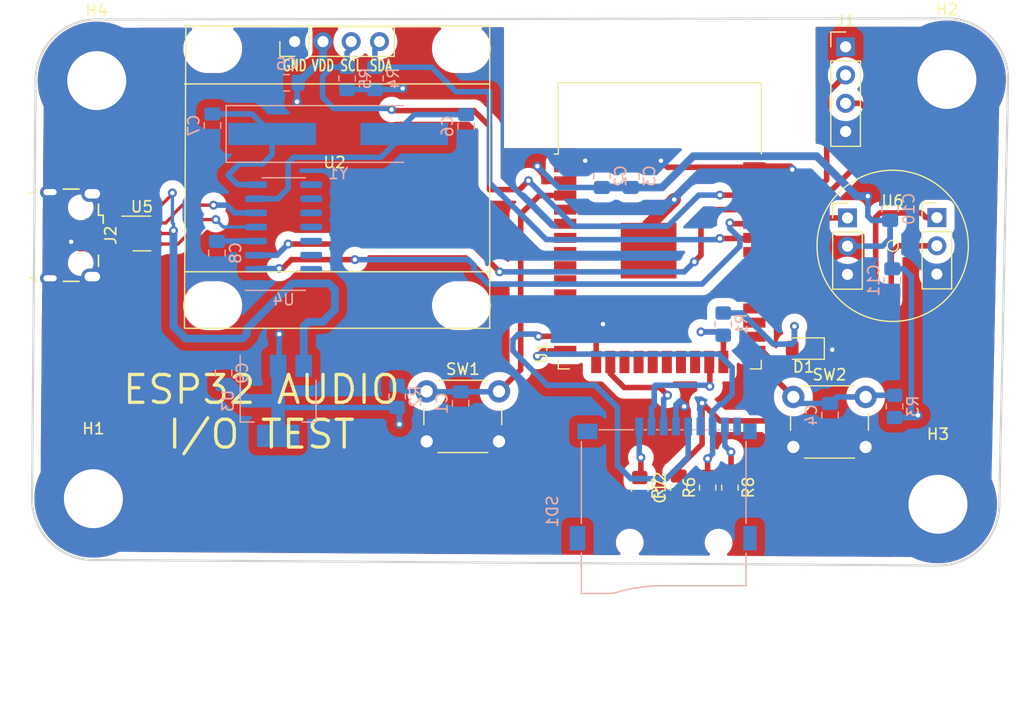
<source format=kicad_pcb>
(kicad_pcb (version 20211014) (generator pcbnew)
  (layers (0 "F.Cu" signal) (31 "B.Cu" signal) (34 "B.Paste" user) (35 "F.Paste" user) (36 "B.SilkS" user "B.Silkscreen") (37 "F.SilkS" user "F.Silkscreen") (38 "B.Mask" user) (39 "F.Mask" user) (44 "Edge.Cuts" user))
  (net 0 "")
  (net 1 "ESP32_NRST")
  (net 2 "GND")
  (net 3 "+3V3")
  (net 4 "ESP32_FLASH")
  (net 5 "Net-(C6-Pad1)")
  (net 6 "Net-(C7-Pad1)")
  (net 7 "Net-(C8-Pad2)")
  (net 8 "Net-(D1-Pad2)")
  (net 9 "ESP32_TX")
  (net 10 "ESP32_RX")
  (net 11 "VBUS")
  (net 12 "USBD-")
  (net 13 "USBD+")
  (net 15 "ESP32_LED")
  (net 16 "OLED_SDA")
  (net 17 "OLED_SCL")
  (net 18 "MMC_MISO")
  (net 19 "Net-(R7-Pad1)")
  (net 20 "Net-(R8-Pad1)")
  (net 21 "MMC_CS")
  (net 22 "MMC_MOSI")
  (net 23 "MMC_SCK")
  (net 43 "MIC_WS")
  (net 44 "MIC_SCK")
  (net 45 "MIC_SD")
  (net 48 "USB_D+")
  (net 49 "USB_D-")
  (footprint "Button_Switch_THT:SW_PUSH_6mm" (layer "F.Cu") (at 158.8 111.95)
    (fp_text reference "SW2")
    (fp_text value "SW_Push")
  )
  (footprint "Resistor_SMD:R_0805_2012Metric_Pad1.20x1.40mm_HandSolder" (layer "F.Cu") (at 151.1 120.1 90)
    (fp_text reference "R6")
    (fp_text value "10k")
  )
  (footprint "RF_Module:ESP32-WROOM-32" (layer "F.Cu") (at 146.8 99.55)
    (fp_text reference "U1")
    (fp_text value "ESP32-WROOM-32")
  )
  (footprint "Connector_USB:USB_Micro-B_Wuerth_629105150521" (layer "F.Cu") (at 93.955 97.405 -90)
    (fp_text reference "J2")
    (fp_text value "USB_B_Micro")
  )
  (footprint "Package_TO_SOT_SMD:SOT-23-6" (layer "F.Cu") (at 100.2625 97.25)
    (fp_text reference "U5")
    (fp_text value "USBLC6-2SC6")
  )
  (footprint "Resistor_SMD:R_0805_2012Metric_Pad1.20x1.40mm_HandSolder" (layer "F.Cu") (at 153.1 120.1 -90)
    (fp_text reference "R8")
    (fp_text value "10k")
  )
  (footprint "LED_SMD:LED_0805_2012Metric_Pad1.15x1.40mm_HandSolder" (layer "F.Cu") (at 159.725 107.6 180)
    (fp_text reference "D1")
    (fp_text value "LED_BLUE")
  )
  (footprint "Connector_PinHeader_2.54mm:PinHeader_1x04_P2.54mm_Vertical" (layer "F.Cu") (at 163.5 80.46)
    (fp_text reference "J1")
    (fp_text value "Conn_01x04_Male")
  )
  (footprint "MountingHole:MountingHole_5.3mm_M5_Pad" (layer "F.Cu") (at 96.2 83.5)
    (fp_text reference "H4")
    (fp_text value "MountingHole_Pad")
  )
  (footprint "MountingHole:MountingHole_5.3mm_M5_Pad" (layer "F.Cu") (at 171.8 121.6)
    (fp_text reference "H3")
    (fp_text value "MountingHole_Pad")
  )
  (footprint "SSD1306:Display_128x64_096_I2C" (layer "F.Cu") (at 117.8 79.992)
    (fp_text reference "U2")
    (fp_text value "SSD1306")
  )
  (footprint "MountingHole:MountingHole_5.3mm_M5_Pad" (layer "F.Cu") (at 95.9 121.1)
    (fp_text reference "H1")
    (fp_text value "MountingHole_Pad")
  )
  (footprint "INMP441:INMP441" (layer "F.Cu") (at 167.73 98.36)
    (fp_text reference "U6")
    (fp_text value "INMP441_MODULE")
  )
  (footprint "Resistor_SMD:R_0805_2012Metric_Pad1.20x1.40mm_HandSolder" (layer "F.Cu") (at 145 120.2 -90)
    (fp_text reference "R7")
    (fp_text value "10k")
  )
  (footprint "Button_Switch_THT:SW_PUSH_6mm" (layer "F.Cu") (at 125.85 111.45)
    (fp_text reference "SW1")
    (fp_text value "SW_Push")
  )
  (footprint "MountingHole:MountingHole_5.3mm_M5_Pad" (layer "F.Cu") (at 172.6 83.4)
    (fp_text reference "H2")
    (fp_text value "MountingHole_Pad")
  )
  (footprint "Capacitor_SMD:C_0805_2012Metric_Pad1.18x1.45mm_HandSolder" (layer "F.Cu") (at 148.5 120.1 90)
    (fp_text reference "C12")
    (fp_text value "100n")
  )
  (footprint "Resistor_SMD:R_0805_2012Metric_Pad1.20x1.40mm_HandSolder" (layer "B.Cu") (at 152.5 105.4 90)
    (fp_text reference "R1")
    (fp_text value "330")
  )
  (footprint "Resistor_SMD:R_0805_2012Metric_Pad1.20x1.40mm_HandSolder" (layer "B.Cu") (at 121.2 83.3 90)
    (fp_text reference "R4")
    (fp_text value "10k")
  )
  (footprint "Capacitor_SMD:C_0805_2012Metric_Pad1.18x1.45mm_HandSolder" (layer "B.Cu") (at 107 99 90)
    (fp_text reference "C8")
    (fp_text value "100n")
  )
  (footprint "Resistor_SMD:R_0805_2012Metric_Pad1.20x1.40mm_HandSolder" (layer "B.Cu") (at 123.2 111.9 90)
    (fp_text reference "R2")
    (fp_text value "10k")
  )
  (footprint "Capacitor_SMD:C_0805_2012Metric_Pad1.18x1.45mm_HandSolder" (layer "B.Cu") (at 106.6 87.5375 -90)
    (fp_text reference "C7")
    (fp_text value "22p")
  )
  (footprint "Crystal:Crystal_SMD_HC49-SD_HandSoldering" (layer "B.Cu") (at 117.9 88.3)
    (fp_text reference "Y1")
    (fp_text value "12MHz")
  )
  (footprint "OPL_Connector:MICRO-SD9+4P-SMD-16.1X14.5X1.85MM" (layer "B.Cu") (at 147.15 122.3 -90)
    (fp_text reference "SD1")
    (fp_text value "MICRO-SD-CARD-SOCKET-9P_ST-TF-003A_")
  )
  (footprint "Capacitor_SMD:C_0805_2012Metric_Pad1.18x1.45mm_HandSolder" (layer "B.Cu") (at 141.6 92.075 90)
    (fp_text reference "C2")
    (fp_text value "10u")
  )
  (footprint "Capacitor_SMD:C_0805_2012Metric_Pad1.18x1.45mm_HandSolder" (layer "B.Cu") (at 167.5 95.0375 90)
    (fp_text reference "C10")
    (fp_text value "10u")
  )
  (footprint "Capacitor_SMD:C_0805_2012Metric_Pad1.18x1.45mm_HandSolder" (layer "B.Cu") (at 162.1 113.575 -90)
    (fp_text reference "C4")
    (fp_text value "22p")
  )
  (footprint "Capacitor_SMD:C_0805_2012Metric_Pad1.18x1.45mm_HandSolder" (layer "B.Cu") (at 128.9 112.525 -90)
    (fp_text reference "C1")
    (fp_text value "22p")
  )
  (footprint "Resistor_SMD:R_0805_2012Metric_Pad1.20x1.40mm_HandSolder" (layer "B.Cu") (at 167.9 112.8 90)
    (fp_text reference "R3")
    (fp_text value "10k")
  )
  (footprint "Resistor_SMD:R_0805_2012Metric_Pad1.20x1.40mm_HandSolder" (layer "B.Cu") (at 118.7 83.3 90)
    (fp_text reference "R5")
    (fp_text value "10k")
  )
  (footprint "Capacitor_SMD:C_0805_2012Metric_Pad1.18x1.45mm_HandSolder" (layer "B.Cu") (at 107.6 109.8 90)
    (fp_text reference "C9")
    (fp_text value "10u")
  )
  (footprint "Capacitor_SMD:C_0805_2012Metric_Pad1.18x1.45mm_HandSolder" (layer "B.Cu") (at 144.2 92.075 90)
    (fp_text reference "C3")
    (fp_text value "100n")
  )
  (footprint "Package_TO_SOT_SMD:SOT-223-3_TabPin2" (layer "B.Cu") (at 112.5 112.3 -90)
    (fp_text reference "U3")
    (fp_text value "AMS1117-3.3")
  )
  (footprint "Capacitor_SMD:C_0805_2012Metric_Pad1.18x1.45mm_HandSolder" (layer "B.Cu") (at 167.7 101.4625 -90)
    (fp_text reference "C11")
    (fp_text value "100n")
  )
  (footprint "Capacitor_SMD:C_0805_2012Metric_Pad1.18x1.45mm_HandSolder" (layer "B.Cu") (at 113.2625 83.7 180)
    (fp_text reference "C5")
    (fp_text value "100n")
  )
  (footprint "Capacitor_SMD:C_0805_2012Metric_Pad1.18x1.45mm_HandSolder" (layer "B.Cu") (at 129.4 87.6 -90)
    (fp_text reference "C6")
    (fp_text value "22p")
  )
  (footprint "Package_SO:SOIC-16_3.9x9.9mm_P1.27mm" (layer "B.Cu") (at 113 97.3)
    (fp_text reference "U4")
    (fp_text value "CH340G")
  )
  (gr_line (start 90.7 83.5) (end 90.389087 121.110913) (layer "Edge.Cuts") (width 0.2))
  (gr_arc (start 172.6 77.9) (mid 176.489087 79.510913) (end 178.1 83.4) (layer "Edge.Cuts") (width 0.2))
  (gr_line (start 95.889087 126.610913) (end 171.810913 127.110913) (layer "Edge.Cuts") (width 0.2))
  (gr_arc (start 177.310913 121.610913) (mid 175.7 125.5) (end 171.810913 127.110913) (layer "Edge.Cuts") (width 0.2))
  (gr_arc (start 95.889087 126.610913) (mid 92 125) (end 90.389087 121.110913) (layer "Edge.Cuts") (width 0.2))
  (gr_line (start 96.2 78) (end 172.6 77.9) (layer "Edge.Cuts") (width 0.2))
  (gr_arc (start 90.7 83.5) (mid 92.310913 79.610913) (end 96.2 78) (layer "Edge.Cuts") (width 0.2))
  (gr_line (start 177.310913 121.610913) (end 178.1 83.4) (layer "Edge.Cuts") (width 0.2))
  (gr_text "ESP32 AUDIO\nI/O TEST" (at 111 113.3) (layer "F.SilkS") (effects (font (size 2.5 2.5) (thickness 0.3))))
  (segment (start 134.3 95.5) (end 134.3 109.5) (width 0.5) (layer "F.Cu") (net 1))
  (segment (start 134.3 109.5) (end 132.35 111.45) (width 0.5) (layer "F.Cu") (net 1))
  (segment (start 135.965 93.835) (end 134.3 95.5) (width 0.5) (layer "F.Cu") (net 1))
  (segment (start 138.3 93.835) (end 135.965 93.835) (width 0.5) (layer "F.Cu") (net 1))
  (segment (start 123.75 111.45) (end 123.2 110.9) (width 0.5) (layer "B.Cu") (net 1))
  (segment (start 128.9 111.4875) (end 125.8875 111.4875) (width 0.5) (layer "B.Cu") (net 1))
  (segment (start 125.8875 111.4875) (end 125.85 111.45) (width 0.5) (layer "B.Cu") (net 1))
  (segment (start 132.3125 111.4875) (end 132.35 111.45) (width 0.5) (layer "B.Cu") (net 1))
  (segment (start 128.9 111.4875) (end 132.3125 111.4875) (width 0.5) (layer "B.Cu") (net 1))
  (segment (start 125.85 111.45) (end 123.75 111.45) (width 0.5) (layer "B.Cu") (net 1))
  (segment (start 155.3 91.295) (end 158.495 91.295) (width 0.7) (layer "F.Cu") (net 2))
  (segment (start 96.905 98.705) (end 95.855 98.705) (width 0.3) (layer "F.Cu") (net 2))
  (segment (start 156.45 114.1) (end 158.8 116.45) (width 0.5) (layer "F.Cu") (net 2))
  (segment (start 145.8 96.5) (end 148.1 94.2) (width 1.2) (layer "F.Cu") (net 2))
  (segment (start 95.855 98.705) (end 94.605 98.705) (width 0.3) (layer "F.Cu") (net 2))
  (segment (start 152.2 114.1) (end 156.45 114.1) (width 0.5) (layer "F.Cu") (net 2))
  (segment (start 162.2 107.6) (end 162.3 107.7) (width 0.5) (layer "F.Cu") (net 2))
  (segment (start 146.9 90.7) (end 147.495 91.295) (width 0.5) (layer "F.Cu") (net 2))
  (segment (start 160.75 107.6) (end 162.2 107.6) (width 0.5) (layer "F.Cu") (net 2))
  (segment (start 145.8 98.795) (end 145.8 96.5) (width 1.2) (layer "F.Cu") (net 2))
  (segment (start 147.495 91.295) (end 155.3 91.295) (width 0.5) (layer "F.Cu") (net 2))
  (segment (start 150.6 116.2) (end 148.5 118.3) (width 0.5) (layer "F.Cu") (net 2))
  (segment (start 100.2 98.9) (end 99.7 99.4) (width 0.3) (layer "F.Cu") (net 2))
  (segment (start 141.085 106.015) (end 141.7 105.4) (width 0.5) (layer "F.Cu") (net 2))
  (segment (start 138.3 91.295) (end 139.505 91.295) (width 0.7) (layer "F.Cu") (net 2))
  (segment (start 150.6 112.5) (end 150.6 116.2) (width 0.5) (layer "F.Cu") (net 2))
  (segment (start 141.085 108.805) (end 141.085 106.015) (width 0.5) (layer "F.Cu") (net 2))
  (segment (start 94.605 98.705) (end 93.9 98) (width 0.3) (layer "F.Cu") (net 2))
  (segment (start 158.495 91.295) (end 158.7 91.5) (width 0.7) (layer "F.Cu") (net 2))
  (segment (start 99.7 99.4) (end 97.6 99.4) (width 0.3) (layer "F.Cu") (net 2))
  (segment (start 97.6 99.4) (end 96.905 98.705) (width 0.3) (layer "F.Cu") (net 2))
  (segment (start 148.5 118.3) (end 148.5 119.0625) (width 0.5) (layer "F.Cu") (net 2))
  (segment (start 139.505 91.295) (end 140.1 90.7) (width 0.7) (layer "F.Cu") (net 2))
  (segment (start 100.2 97.5) (end 100.2 98.9) (width 0.3) (layer "F.Cu") (net 2))
  (segment (start 99.125 97.25) (end 99.95 97.25) (width 0.3) (layer "F.Cu") (net 2))
  (segment (start 99.95 97.25) (end 100.2 97.5) (width 0.3) (layer "F.Cu") (net 2))
  (segment (start 150.6 112.5) (end 152.2 114.1) (width 0.5) (layer "F.Cu") (net 2))
  (via (at 146.9 90.7) (size 0.8) (drill 0.4) (layers "F.Cu" "B.Cu") (net 2))
  (via (at 93.9 98) (size 0.8) (drill 0.4) (layers "F.Cu" "B.Cu") (net 2))
  (via (at 150.6 112.5) (size 0.8) (drill 0.4) (layers "F.Cu" "B.Cu") (net 2))
  (via (at 148.1 94.2) (size 0.8) (drill 0.4) (layers "F.Cu" "B.Cu") (net 2))
  (via (at 162.3 107.7) (size 0.8) (drill 0.4) (layers "F.Cu" "B.Cu") (net 2))
  (via (at 158.7 91.5) (size 0.8) (drill 0.4) (layers "F.Cu" "B.Cu") (net 2))
  (via (at 141.7 105.4) (size 0.8) (drill 0.4) (layers "F.Cu" "B.Cu") (net 2))
  (via (at 140.1 90.7) (size 0.8) (drill 0.4) (layers "F.Cu" "B.Cu") (net 2))
  (segment (start 150.45 112.65) (end 150.6 112.5) (width 0.5) (layer "B.Cu") (net 2))
  (segment (start 146.5625 91.0375) (end 146.9 90.7) (width 0.5) (layer "B.Cu") (net 2))
  (segment (start 144.2 91.0375) (end 146.5625 91.0375) (width 0.5) (layer "B.Cu") (net 2))
  (segment (start 150.45 114.6) (end 150.45 112.65) (width 0.5) (layer "B.Cu") (net 2))
  (segment (start 138.3 92.565) (end 136.965 92.565) (width 0.5) (layer "F.Cu") (net 3))
  (segment (start 135.8 91.4) (end 135.8 91.2) (width 0.5) (layer "F.Cu") (net 3))
  (segment (start 148.5375 121.1) (end 148.5 121.1375) (width 0.5) (layer "F.Cu") (net 3))
  (segment (start 145.0625 121.1375) (end 145 121.2) (width 0.5) (layer "F.Cu") (net 3))
  (segment (start 136.965 92.565) (end 136.3 91.9) (width 0.5) (layer "F.Cu") (net 3))
  (segment (start 136.3 91.9) (end 135.8 91.4) (width 0.5) (layer "F.Cu") (net 3))
  (segment (start 165.4 93.8) (end 165.5 93.9) (width 0.5) (layer "F.Cu") (net 3))
  (via (at 114.2 85.4) (size 0.8) (drill 0.4) (layers "F.Cu" "B.Cu") (net 3))
  (via (at 123.4 114.4) (size 0.8) (drill 0.4) (layers "F.Cu" "B.Cu") (net 3))
  (via (at 170 113.6) (size 0.8) (drill 0.4) (layers "F.Cu" "B.Cu") (net 3))
  (via (at 149 112.8) (size 0.8) (drill 0.4) (layers "F.Cu" "B.Cu") (net 3))
  (via (at 135.8 91.2) (size 0.8) (drill 0.4) (layers "F.Cu" "B.Cu") (net 3))
  (via (at 165.5 93.9) (size 0.8) (drill 0.4) (layers "F.Cu" "B.Cu") (net 3))
  (via (at 123.7 84.2) (size 0.8) (drill 0.4) (layers "F.Cu" "B.Cu") (net 3))
  (via (at 112.6 106.3) (size 0.8) (drill 0.4) (layers "F.Cu" "B.Cu") (net 3))
  (segment (start 167.7 100.425) (end 168.725 100.425) (width 0.5) (layer "B.Cu") (net 3))
  (segment (start 169.8 113.8) (end 170 113.6) (width 0.5) (layer "B.Cu") (net 3))
  (segment (start 149.8 90.3) (end 160.9 90.3) (width 0.7) (layer "B.Cu") (net 3))
  (segment (start 167.5 96.9) (end 167.5 96.075) (width 0.5) (layer "B.Cu") (net 3))
  (segment (start 167.5 96.9) (end 167.5 100.225) (width 0.5) (layer "B.Cu") (net 3))
  (segment (start 165.5 93.9) (end 165.5 95.7) (width 0.5) (layer "B.Cu") (net 3))
  (segment (start 109.5 112.3) (end 112.5 112.3) (width 1.2) (layer "B.Cu") (net 3))
  (segment (start 135.8 91.2) (end 137.7125 93.1125) (width 0.5) (layer "B.Cu") (net 3))
  (segment (start 149 112.7) (end 149 112.8) (width 0.5) (layer "B.Cu") (net 3))
  (segment (start 121.2 84.3) (end 123.6 84.3) (width 0.5) (layer "B.Cu") (net 3))
  (segment (start 169.4 101.1) (end 169.4 113.4) (width 0.5) (layer "B.Cu") (net 3))
  (segment (start 148.25 112.65) (end 148.6 112.3) (width 0.5) (layer "B.Cu") (net 3))
  (segment (start 112.5 112.4) (end 112.5 115.45) (width 1.2) (layer "B.Cu") (net 3))
  (segment (start 112.6 109.05) (end 112.5 109.15) (width 0.5) (layer "B.Cu") (net 3))
  (segment (start 123.6 84.3) (end 123.7 84.2) (width 0.5) (layer "B.Cu") (net 3))
  (segment (start 166.81 98.39) (end 167.5 97.7) (width 0.5) (layer "B.Cu") (net 3))
  (segment (start 167.9 113.8) (end 169.8 113.8) (width 0.5) (layer "B.Cu") (net 3))
  (segment (start 148.6 112.3) (end 149 112.7) (width 0.5) (layer "B.Cu") (net 3))
  (segment (start 121.2 84.3) (end 118.7 84.3) (width 0.5) (layer "B.Cu") (net 3))
  (segment (start 116.53 79.992) (end 116.53 81.47) (width 0.7) (layer "B.Cu") (net 3))
  (segment (start 165.875 96.075) (end 167.5 96.075) (width 0.5) (layer "B.Cu") (net 3))
  (segment (start 144.2 93.1125) (end 146.9875 93.1125) (width 0.7) (layer "B.Cu") (net 3))
  (segment (start 169 113.8) (end 167.9 113.8) (width 0.5) (layer "B.Cu") (net 3))
  (segment (start 165.5 95.7) (end 165.875 96.075) (width 0.5) (layer "B.Cu") (net 3))
  (segment (start 123.4 113.1) (end 123.2 112.9) (width 0.5) (layer "B.Cu") (net 3))
  (segment (start 123.2 112.9) (end 113 112.9) (width 0.5) (layer "B.Cu") (net 3))
  (segment (start 167.5 100.225) (end 167.7 100.425) (width 0.5) (layer "B.Cu") (net 3))
  (segment (start 112.5 112.3) (end 112.5 112.4) (width 1.2) (layer "B.Cu") (net 3))
  (segment (start 164.5 93.9) (end 165.5 93.9) (width 0.7) (layer "B.Cu") (net 3))
  (segment (start 160.9 90.3) (end 164.5 93.9) (width 0.7) (layer "B.Cu") (net 3))
  (segment (start 116.53 81.47) (end 114.3 83.7) (width 0.7) (layer "B.Cu") (net 3))
  (segment (start 123.4 114.4) (end 123.4 113.1) (width 0.5) (layer "B.Cu") (net 3))
  (segment (start 114.2 85.4) (end 114.2 83.8) (width 0.5) (layer "B.Cu") (net 3))
  (segment (start 108.0375 110.8375) (end 109.5 112.3) (width 1.2) (layer "B.Cu") (net 3))
  (segment (start 114.2 83.8) (end 114.3 83.7) (width 0.5) (layer "B.Cu") (net 3))
  (segment (start 163.67 98.39) (end 166.81 98.39) (width 0.5) (layer "B.Cu") (net 3))
  (segment (start 107.6 110.8375) (end 108.0375 110.8375) (width 1.2) (layer "B.Cu") (net 3))
  (segment (start 112.5 109.15) (end 112.5 112.3) (width 1.2) (layer "B.Cu") (net 3))
  (segment (start 144.2 93.1125) (end 141.6 93.1125) (width 0.7) (layer "B.Cu") (net 3))
  (segment (start 113 112.9) (end 112.5 112.4) (width 0.5) (layer "B.Cu") (net 3))
  (segment (start 169.4 113.4) (end 169 113.8) (width 0.5) (layer "B.Cu") (net 3))
  (segment (start 112.6 106.3) (end 112.6 109.05) (width 0.5) (layer "B.Cu") (net 3))
  (segment (start 148.25 114.6) (end 148.25 112.65) (width 0.5) (layer "B.Cu") (net 3))
  (segment (start 137.7125 93.1125) (end 141.6 93.1125) (width 0.5) (layer "B.Cu") (net 3))
  (segment (start 146.9875 93.1125) (end 149.8 90.3) (width 0.7) (layer "B.Cu") (net 3))
  (segment (start 168.725 100.425) (end 169.4 101.1) (width 0.5) (layer "B.Cu") (net 3))
  (segment (start 167.5 97.7) (end 167.5 96.9) (width 0.5) (layer "B.Cu") (net 3))
  (segment (start 156.7 109.85) (end 158.8 111.95) (width 0.5) (layer "F.Cu") (net 4))
  (segment (start 156.005 107.805) (end 156.7 108.5) (width 0.5) (layer "F.Cu") (net 4))
  (segment (start 156.7 108.5) (end 156.7 109.85) (width 0.5) (layer "F.Cu") (net 4))
  (segment (start 155.3 107.805) (end 156.005 107.805) (width 0.5) (layer "F.Cu") (net 4))
  (segment (start 167.9 111.8) (end 165.45 111.8) (width 0.5) (layer "B.Cu") (net 4))
  (segment (start 162.6875 111.95) (end 162.1 112.5375) (width 0.5) (layer "B.Cu") (net 4))
  (segment (start 162.1 112.5375) (end 159.3875 112.5375) (width 0.5) (layer "B.Cu") (net 4))
  (segment (start 165.3 111.95) (end 162.6875 111.95) (width 0.5) (layer "B.Cu") (net 4))
  (segment (start 159.3875 112.5375) (end 158.8 111.95) (width 0.5) (layer "B.Cu") (net 4))
  (segment (start 165.45 111.8) (end 165.3 111.95) (width 0.5) (layer "B.Cu") (net 4))
  (segment (start 121.7375 90.4) (end 123.8375 88.3) (width 0.5) (layer "B.Cu") (net 5))
  (segment (start 113.4 93.2) (end 113.4 90.9) (width 0.5) (layer "B.Cu") (net 5))
  (segment (start 123.8375 87.4625) (end 123.8375 88.3) (width 0.5) (layer "B.Cu") (net 5))
  (segment (start 124.7375 86.5625) (end 123.8375 87.4625) (width 0.5) (layer "B.Cu") (net 5))
  (segment (start 110.525 94.125) (end 112.475 94.125) (width 0.5) (layer "B.Cu") (net 5))
  (segment (start 129.4 86.5625) (end 124.7375 86.5625) (width 0.5) (layer "B.Cu") (net 5))
  (segment (start 113.4 90.9) (end 113.9 90.4) (width 0.5) (layer "B.Cu") (net 5))
  (segment (start 112.475 94.125) (end 113.4 93.2) (width 0.5) (layer "B.Cu") (net 5))
  (segment (start 113.9 90.4) (end 121.7375 90.4) (width 0.5) (layer "B.Cu") (net 5))
  (segment (start 111.9625 90.1375) (end 111.9625 88.3) (width 0.5) (layer "B.Cu") (net 6))
  (segment (start 108.855 92.855) (end 108 92) (width 0.5) (layer "B.Cu") (net 6))
  (segment (start 109 91) (end 111.1 91) (width 0.5) (layer "B.Cu") (net 6))
  (segment (start 110.1625 86.5) (end 111.9625 88.3) (width 0.5) (layer "B.Cu") (net 6))
  (segment (start 111.1 91) (end 111.9625 90.1375) (width 0.5) (layer "B.Cu") (net 6))
  (segment (start 108 92) (end 109 91) (width 0.5) (layer "B.Cu") (net 6))
  (segment (start 110.525 92.855) (end 108.855 92.855) (width 0.5) (layer "B.Cu") (net 6))
  (segment (start 106.6 86.5) (end 110.1625 86.5) (width 0.5) (layer "B.Cu") (net 6))
  (segment (start 110.525 97.935) (end 107.0275 97.935) (width 0.5) (layer "B.Cu") (net 7))
  (segment (start 107.0275 97.935) (end 107 97.9625) (width 0.5) (layer "B.Cu") (net 7))
  (segment (start 158.9 107.4) (end 158.7 107.6) (width 0.5) (layer "F.Cu") (net 8))
  (segment (start 158.9 105.6) (end 158.9 107.4) (width 0.5) (layer "F.Cu") (net 8))
  (via (at 158.9 105.6) (size 0.8) (drill 0.4) (layers "F.Cu" "B.Cu") (net 8))
  (segment (start 154.2 104.4) (end 156.5 106.7) (width 0.5) (layer "B.Cu") (net 8))
  (segment (start 157 107.2) (end 158.7 107.2) (width 0.5) (layer "B.Cu") (net 8))
  (segment (start 156.5 106.7) (end 157 107.2) (width 0.5) (layer "B.Cu") (net 8))
  (segment (start 158.9 107) (end 158.9 105.6) (width 0.5) (layer "B.Cu") (net 8))
  (segment (start 152.5 104.4) (end 154.2 104.4) (width 0.5) (layer "B.Cu") (net 8))
  (segment (start 158.7 107.2) (end 158.9 107) (width 0.5) (layer "B.Cu") (net 8))
  (segment (start 155.3 95.105) (end 156.795 95.105) (width 0.5) (layer "F.Cu") (net 9))
  (segment (start 150.5 99.2) (end 150.5 95.8) (width 0.5) (layer "F.Cu") (net 9))
  (segment (start 129.9 98.2) (end 132.4 100.7) (width 0.5) (layer "F.Cu") (net 9))
  (segment (start 156.795 95.105) (end 158.9 93) (width 0.5) (layer "F.Cu") (net 9))
  (segment (start 113.4 98.2) (end 129.9 98.2) (width 0.5) (layer "F.Cu") (net 9))
  (segment (start 151.595 95.105) (end 155.3 95.105) (width 0.5) (layer "F.Cu") (net 9))
  (segment (start 161.8 84.7) (end 163.5 83) (width 0.5) (layer "F.Cu") (net 9))
  (segment (start 149.9 99.8) (end 150.5 99.2) (width 0.5) (layer "F.Cu") (net 9))
  (segment (start 150.5 95.8) (end 151.1 95.2) (width 0.5) (layer "F.Cu") (net 9))
  (segment (start 151.1 95.2) (end 151.5 95.2) (width 0.5) (layer "F.Cu") (net 9))
  (segment (start 161.2 93) (end 161.8 92.4) (width 0.5) (layer "F.Cu") (net 9))
  (segment (start 151.5 95.2) (end 151.595 95.105) (width 0.5) (layer "F.Cu") (net 9))
  (segment (start 161.8 92.4) (end 161.8 84.7) (width 0.5) (layer "F.Cu") (net 9))
  (segment (start 158.9 93) (end 161.2 93) (width 0.5) (layer "F.Cu") (net 9))
  (via (at 132.4 100.7) (size 0.8) (drill 0.4) (layers "F.Cu" "B.Cu") (net 9))
  (via (at 149.9 99.8) (size 0.8) (drill 0.4) (layers "F.Cu" "B.Cu") (net 9))
  (via (at 113.4 98.2) (size 0.8) (drill 0.4) (layers "F.Cu" "B.Cu") (net 9))
  (segment (start 149 100.7) (end 149.9 99.8) (width 0.5) (layer "B.Cu") (net 9))
  (segment (start 112.395 99.205) (end 113.4 98.2) (width 0.5) (layer "B.Cu") (net 9))
  (segment (start 132.4 100.7) (end 149 100.7) (width 0.5) (layer "B.Cu") (net 9))
  (segment (start 110.525 99.205) (end 112.395 99.205) (width 0.5) (layer "B.Cu") (net 9))
  (segment (start 113 100.3) (end 112.9 100.4) (width 0.5) (layer "F.Cu") (net 10))
  (segment (start 155.3 96.375) (end 157.325 96.375) (width 0.5) (layer "F.Cu") (net 10))
  (segment (start 158.5 95.2) (end 160.4 95.2) (width 0.5) (layer "F.Cu") (net 10))
  (segment (start 119.4 99.6) (end 113.7 99.6) (width 0.5) (layer "F.Cu") (net 10))
  (segment (start 165.3 86) (end 164.84 85.54) (width 0.5) (layer "F.Cu") (net 10))
  (segment (start 160.4 95.2) (end 165.3 90.3) (width 0.5) (layer "F.Cu") (net 10))
  (segment (start 155.3 96.375) (end 153.175 96.375) (width 0.5) (layer "F.Cu") (net 10))
  (segment (start 157.325 96.375) (end 158.5 95.2) (width 0.5) (layer "F.Cu") (net 10))
  (segment (start 153.175 96.375) (end 153.1 96.3) (width 0.5) (layer "F.Cu") (net 10))
  (segment (start 112.9 100.4) (end 112.6 100.4) (width 0.5) (layer "F.Cu") (net 10))
  (segment (start 113.7 99.6) (end 113 100.3) (width 0.5) (layer "F.Cu") (net 10))
  (segment (start 164.84 85.54) (end 163.5 85.54) (width 0.5) (layer "F.Cu") (net 10))
  (segment (start 165.3 90.3) (end 165.3 86) (width 0.5) (layer "F.Cu") (net 10))
  (via (at 153.1 96.3) (size 0.8) (drill 0.4) (layers "F.Cu" "B.Cu") (net 10))
  (via (at 119.4 99.6) (size 0.8) (drill 0.4) (layers "F.Cu" "B.Cu") (net 10))
  (via (at 112.6 100.4) (size 0.8) (drill 0.4) (layers "F.Cu" "B.Cu") (net 10))
  (segment (start 130.1 100.5) (end 130.1 100.1) (width 0.5) (layer "B.Cu") (net 10))
  (segment (start 112.6 100.4) (end 110.6 100.4) (width 0.5) (layer "B.Cu") (net 10))
  (segment (start 154 98.4) (end 150.8 101.6) (width 0.5) (layer "B.Cu") (net 10))
  (segment (start 150.6 101.8) (end 131.4 101.8) (width 0.5) (layer "B.Cu") (net 10))
  (segment (start 131.4 101.8) (end 130.1 100.5) (width 0.5) (layer "B.Cu") (net 10))
  (segment (start 110.6 100.4) (end 110.525 100.475) (width 0.5) (layer "B.Cu") (net 10))
  (segment (start 153.1 96.3) (end 153.1 96.8) (width 0.5) (layer "B.Cu") (net 10))
  (segment (start 154 97.7) (end 154 98.4) (width 0.5) (layer "B.Cu") (net 10))
  (segment (start 153.1 96.8) (end 154 97.7) (width 0.5) (layer "B.Cu") (net 10))
  (segment (start 130.1 100.1) (end 129.6 99.6) (width 0.5) (layer "B.Cu") (net 10))
  (segment (start 129.6 99.6) (end 119.4 99.6) (width 0.5) (layer "B.Cu") (net 10))
  (segment (start 150.8 101.6) (end 150.6 101.8) (width 0.5) (layer "B.Cu") (net 10))
  (segment (start 97.9 94.8) (end 101.9 94.8) (width 0.3) (layer "F.Cu") (net 11))
  (segment (start 103 93.7) (end 103 93.6) (width 0.3) (layer "F.Cu") (net 11))
  (segment (start 96.595 96.105) (end 97.5 95.2) (width 0.3) (layer "F.Cu") (net 11))
  (segment (start 101.4 97.25) (end 102.85 97.25) (width 0.3) (layer "F.Cu") (net 11))
  (segment (start 95.855 96.105) (end 96.595 96.105) (width 0.3) (layer "F.Cu") (net 11))
  (segment (start 97.5 95.2) (end 97.9 94.8) (width 0.3) (layer "F.Cu") (net 11))
  (segment (start 101.9 94.8) (end 103 93.7) (width 0.3) (layer "F.Cu") (net 11))
  (segment (start 102.85 97.25) (end 103.1 97) (width 0.3) (layer "F.Cu") (net 11))
  (via (at 103.1 97) (size 0.8) (drill 0.4) (layers "F.Cu" "B.Cu") (net 11))
  (via (at 103 93.6) (size 0.8) (drill 0.4) (layers "F.Cu" "B.Cu") (net 11))
  (segment (start 109.7 106.3) (end 109.3 106.7) (width 0.7) (layer "B.Cu") (net 11))
  (segment (start 103.1 96.4) (end 103.1 97) (width 0.3) (layer "B.Cu") (net 11))
  (segment (start 109.3 106.7) (end 104.2 106.7) (width 0.7) (layer "B.Cu") (net 11))
  (segment (start 103 93.6) (end 103 96.3) (width 0.3) (layer "B.Cu") (net 11))
  (segment (start 117.6 104.1) (end 116.5 105.2) (width 0.7) (layer "B.Cu") (net 11))
  (segment (start 115.2 105.2) (end 114.8 105.6) (width 0.7) (layer "B.Cu") (net 11))
  (segment (start 103 96.3) (end 103.1 96.4) (width 0.3) (layer "B.Cu") (net 11))
  (segment (start 113.755 101.745) (end 109.7 105.8) (width 0.7) (layer "B.Cu") (net 11))
  (segment (start 117.6 102.3) (end 117.6 104.1) (width 0.7) (layer "B.Cu") (net 11))
  (segment (start 117.045 101.745) (end 117.6 102.3) (width 0.7) (layer "B.Cu") (net 11))
  (segment (start 104.2 106.7) (end 103.1 105.6) (width 0.7) (layer "B.Cu") (net 11))
  (segment (start 115.475 101.745) (end 117.045 101.745) (width 0.7) (layer "B.Cu") (net 11))
  (segment (start 116.5 105.2) (end 115.2 105.2) (width 0.7) (layer "B.Cu") (net 11))
  (segment (start 109.7 105.8) (end 109.7 106.3) (width 0.7) (layer "B.Cu") (net 11))
  (segment (start 103.1 105.6) (end 103.1 97) (width 0.7) (layer "B.Cu") (net 11))
  (segment (start 114.8 105.6) (end 114.8 109.15) (width 0.7) (layer "B.Cu") (net 11))
  (segment (start 115.475 101.745) (end 113.755 101.745) (width 0.7) (layer "B.Cu") (net 11))
  (segment (start 97.7 96.3) (end 99.125 96.3) (width 0.3) (layer "F.Cu") (net 12))
  (segment (start 97.245 96.755) (end 97.7 96.3) (width 0.3) (layer "F.Cu") (net 12))
  (segment (start 95.855 96.755) (end 97.245 96.755) (width 0.3) (layer "F.Cu") (net 12))
  (segment (start 99.125 98.2) (end 97.8 98.2) (width 0.3) (layer "F.Cu") (net 13))
  (segment (start 97.495 97.405) (end 97.5 97.4) (width 0.3) (layer "F.Cu") (net 13))
  (segment (start 95.855 97.405) (end 97.495 97.405) (width 0.3) (layer "F.Cu") (net 13))
  (segment (start 97.5 97.4) (end 97.7 97.6) (width 0.3) (layer "F.Cu") (net 13))
  (segment (start 97.8 98.2) (end 97.7 98.1) (width 0.3) (layer "F.Cu") (net 13))
  (segment (start 97.7 97.6) (end 97.7 98.1) (width 0.3) (layer "F.Cu") (net 13))
  (segment (start 152.515 108.805) (end 152.515 106.415) (width 0.5) (layer "F.Cu") (net 15))
  (segment (start 152.2 106.1) (end 150.5 106.1) (width 0.5) (layer "F.Cu") (net 15))
  (segment (start 152.515 106.415) (end 152.4 106.3) (width 0.5) (layer "F.Cu") (net 15))
  (segment (start 152.4 106.3) (end 152.2 106.1) (width 0.5) (layer "F.Cu") (net 15))
  (via (at 150.5 106.1) (size 0.8) (drill 0.4) (layers "F.Cu" "B.Cu") (net 15))
  (segment (start 152.2 106.1) (end 152.5 106.4) (width 0.5) (layer "B.Cu") (net 15))
  (segment (start 150.5 106.1) (end 152.2 106.1) (width 0.5) (layer "B.Cu") (net 15))
  (segment (start 155.245 97.7) (end 155.3 97.645) (width 0.5) (layer "F.Cu") (net 16))
  (segment (start 152.2 97.7) (end 155.245 97.7) (width 0.5) (layer "F.Cu") (net 16))
  (via (at 152.2 97.7) (size 0.8) (drill 0.4) (layers "F.Cu" "B.Cu") (net 16))
  (segment (start 136.6 97.8) (end 151 97.8) (width 0.5) (layer "B.Cu") (net 16))
  (segment (start 152.1 97.8) (end 152.2 97.7) (width 0.5) (layer "B.Cu") (net 16))
  (segment (start 131.5 85.5) (end 131.5 92.7) (width 0.5) (layer "B.Cu") (net 16))
  (segment (start 121.2 80.7) (end 121.2 82.3) (width 0.5) (layer "B.Cu") (net 16))
  (segment (start 121.2 82.3) (end 126.3 82.3) (width 0.5) (layer "B.Cu") (net 16))
  (segment (start 151 97.8) (end 152.1 97.8) (width 0.5) (layer "B.Cu") (net 16))
  (segment (start 121.61 79.992) (end 121.61 80.29) (width 0.5) (layer "B.Cu") (net 16))
  (segment (start 128.5 84.5) (end 131.5 84.5) (width 0.5) (layer "B.Cu") (net 16))
  (segment (start 131.5 84.5) (end 131.5 85.5) (width 0.5) (layer "B.Cu") (net 16))
  (segment (start 126.3 82.3) (end 128.3 84.3) (width 0.5) (layer "B.Cu") (net 16))
  (segment (start 131.5 92.7) (end 132.5 93.7) (width 0.5) (layer "B.Cu") (net 16))
  (segment (start 132.5 93.7) (end 136.6 97.8) (width 0.5) (layer "B.Cu") (net 16))
  (segment (start 121.61 80.29) (end 121.2 80.7) (width 0.5) (layer "B.Cu") (net 16))
  (segment (start 128.3 84.3) (end 128.5 84.5) (width 0.5) (layer "B.Cu") (net 16))
  (segment (start 130.1 86.2) (end 131.5 87.6) (width 0.5) (layer "F.Cu") (net 17))
  (segment (start 131.5 87.6) (end 131.5 93.3) (width 0.5) (layer "F.Cu") (net 17))
  (segment (start 155.265 93.8) (end 155.3 93.835) (width 0.5) (layer "F.Cu") (net 17))
  (segment (start 152.2 93.8) (end 155.265 93.8) (width 0.5) (layer "F.Cu") (net 17))
  (segment (start 122.7 86.1) (end 122.8 86.2) (width 0.5) (layer "F.Cu") (net 17))
  (segment (start 134.2 93.3) (end 135 92.5) (width 0.5) (layer "F.Cu") (net 17))
  (segment (start 122.8 86.2) (end 130.1 86.2) (width 0.5) (layer "F.Cu") (net 17))
  (segment (start 131.5 93.3) (end 134.2 93.3) (width 0.5) (layer "F.Cu") (net 17))
  (via (at 135 92.5) (size 0.8) (drill 0.4) (layers "F.Cu" "B.Cu") (net 17))
  (via (at 122.7 86.1) (size 0.8) (drill 0.4) (layers "F.Cu" "B.Cu") (net 17))
  (via (at 152.2 93.8) (size 0.8) (drill 0.4) (layers "F.Cu" "B.Cu") (net 17))
  (segment (start 116.5 85) (end 117.1 85.6) (width 0.5) (layer "B.Cu") (net 17))
  (segment (start 116.5 83.1) (end 116.5 85) (width 0.5) (layer "B.Cu") (net 17))
  (segment (start 150.3 93.8) (end 152.2 93.8) (width 0.5) (layer "B.Cu") (net 17))
  (segment (start 117.1 85.6) (end 117.5 86) (width 0.5) (layer "B.Cu") (net 17))
  (segment (start 135 92.5) (end 139.1 96.6) (width 0.5) (layer "B.Cu") (net 17))
  (segment (start 117.3 82.3) (end 116.5 83.1) (width 0.5) (layer "B.Cu") (net 17))
  (segment (start 118.7 82.3) (end 117.3 82.3) (width 0.5) (layer "B.Cu") (net 17))
  (segment (start 139.1 96.6) (end 146.6 96.6) (width 0.5) (layer "B.Cu") (net 17))
  (segment (start 118.7 81) (end 118.7 82.3) (width 0.5) (layer "B.Cu") (net 17))
  (segment (start 119.07 80.63) (end 118.7 81) (width 0.5) (layer "B.Cu") (net 17))
  (segment (start 147.5 96.6) (end 149.9 94.2) (width 0.5) (layer "B.Cu") (net 17))
  (segment (start 122.6 86) (end 122.7 86.1) (width 0.5) (layer "B.Cu") (net 17))
  (segment (start 119.07 79.992) (end 119.07 80.63) (width 0.5) (layer "B.Cu") (net 17))
  (segment (start 146.6 96.6) (end 147.5 96.6) (width 0.5) (layer "B.Cu") (net 17))
  (segment (start 119 86) (end 122.6 86) (width 0.5) (layer "B.Cu") (net 17))
  (segment (start 149.9 94.2) (end 150.3 93.8) (width 0.5) (layer "B.Cu") (net 17))
  (segment (start 117.5 86) (end 119 86) (width 0.5) (layer "B.Cu") (net 17))
  (segment (start 151.1 117.5) (end 151.1 119.1) (width 0.5) (layer "F.Cu") (net 18))
  (segment (start 138.3 107.805) (end 136.295 107.805) (width 0.5) (layer "F.Cu") (net 18))
  (segment (start 136.295 107.805) (end 135.8 108.3) (width 0.5) (layer "F.Cu") (net 18))
  (via (at 135.8 108.3) (size 0.8) (drill 0.4) (layers "F.Cu" "B.Cu") (net 18))
  (via (at 151.1 117.5) (size 0.8) (drill 0.4) (layers "F.Cu" "B.Cu") (net 18))
  (segment (start 152.1 108.1) (end 153.3 109.3) (width 0.5) (layer "B.Cu") (net 18))
  (segment (start 153.3 109.3) (end 153.3 111.7) (width 0.5) (layer "B.Cu") (net 18))
  (segment (start 152.2 112.6) (end 151.5 113.3) (width 0.5) (layer "B.Cu") (net 18))
  (segment (start 153.3 111.7) (end 152.4 112.6) (width 0.5) (layer "B.Cu") (net 18))
  (segment (start 151.55 114.6) (end 151.55 117.05) (width 0.5) (layer "B.Cu") (net 18))
  (segment (start 151.55 117.05) (end 151.1 117.5) (width 0.5) (layer "B.Cu") (net 18))
  (segment (start 152.4 112.6) (end 152.2 112.6) (width 0.5) (layer "B.Cu") (net 18))
  (segment (start 135.8 108.3) (end 136 108.1) (width 0.5) (layer "B.Cu") (net 18))
  (segment (start 151.5 113.3) (end 151.5 114.55) (width 0.5) (layer "B.Cu") (net 18))
  (segment (start 136 108.1) (end 152.1 108.1) (width 0.5) (layer "B.Cu") (net 18))
  (segment (start 151.5 114.55) (end 151.55 114.6) (width 0.5) (layer "B.Cu") (net 18))
  (segment (start 145.1 117.4) (end 145.1 119.1) (width 0.5) (layer "F.Cu") (net 19))
  (segment (start 145.1 119.1) (end 145 119.2) (width 0.5) (layer "F.Cu") (net 19))
  (via (at 145.1 117.4) (size 0.8) (drill 0.4) (layers "F.Cu" "B.Cu") (net 19))
  (segment (start 144.95 114.6) (end 144.95 117.25) (width 0.5) (layer "B.Cu") (net 19))
  (segment (start 144.95 117.25) (end 145.1 117.4) (width 0.5) (layer "B.Cu") (net 19))
  (segment (start 153.2 119) (end 153.1 119.1) (width 0.5) (layer "F.Cu") (net 20))
  (segment (start 153.2 116.9) (end 153.2 119) (width 0.5) (layer "F.Cu") (net 20))
  (via (at 153.2 116.9) (size 0.8) (drill 0.4) (layers "F.Cu" "B.Cu") (net 20))
  (segment (start 152.65 114.6) (end 152.65 116.35) (width 0.5) (layer "B.Cu") (net 20))
  (segment (start 152.65 116.35) (end 153.2 116.9) (width 0.5) (layer "B.Cu") (net 20))
  (segment (start 151.3 108.86) (end 151.245 108.805) (width 0.5) (layer "F.Cu") (net 21))
  (segment (start 151.3 111) (end 151.3 108.86) (width 0.5) (layer "F.Cu") (net 21))
  (via (at 151.3 111) (size 0.8) (drill 0.4) (layers "F.Cu" "B.Cu") (net 21))
  (segment (start 146.05 112.95) (end 146.05 114.6) (width 0.5) (layer "B.Cu") (net 21))
  (segment (start 146.3 112.7) (end 146.3 111) (width 0.5) (layer "B.Cu") (net 21))
  (segment (start 146.3 112.7) (end 146.05 112.95) (width 0.5) (layer "B.Cu") (net 21))
  (segment (start 151.2 110.9) (end 151.3 111) (width 0.5) (layer "B.Cu") (net 21))
  (segment (start 146.4 110.9) (end 151.2 110.9) (width 0.5) (layer "B.Cu") (net 21))
  (segment (start 146.3 111) (end 146.4 110.9) (width 0.5) (layer "B.Cu") (net 21))
  (segment (start 143.6 111.1) (end 142.355 109.855) (width 0.5) (layer "F.Cu") (net 22))
  (segment (start 142.355 109.855) (end 142.355 108.805) (width 0.5) (layer "F.Cu") (net 22))
  (segment (start 147.5 111.8) (end 146.8 111.1) (width 0.5) (layer "F.Cu") (net 22))
  (segment (start 146.8 111.1) (end 143.6 111.1) (width 0.5) (layer "F.Cu") (net 22))
  (via (at 147.5 111.8) (size 0.8) (drill 0.4) (layers "F.Cu" "B.Cu") (net 22))
  (segment (start 147.15 114.6) (end 147.15 112.15) (width 0.5) (layer "B.Cu") (net 22))
  (segment (start 147.15 112.15) (end 147.5 111.8) (width 0.5) (layer "B.Cu") (net 22))
  (segment (start 138.265 106.5) (end 138.3 106.535) (width 0.5) (layer "F.Cu") (net 23))
  (segment (start 135.9 106.5) (end 138.265 106.5) (width 0.5) (layer "F.Cu") (net 23))
  (via (at 135.9 106.5) (size 0.8) (drill 0.4) (layers "F.Cu" "B.Cu") (net 23))
  (segment (start 143 112.9) (end 141 110.9) (width 0.5) (layer "B.Cu") (net 23))
  (segment (start 149.35 114.6) (end 149.35 117.35) (width 0.5) (layer "B.Cu") (net 23))
  (segment (start 141 110.9) (end 140.5 110.9) (width 0.5) (layer "B.Cu") (net 23))
  (segment (start 136.7 110.9) (end 133.6 107.8) (width 0.5) (layer "B.Cu") (net 23))
  (segment (start 133.6 106.8) (end 134.1 106.3) (width 0.5) (layer "B.Cu") (net 23))
  (segment (start 143 118.1) (end 143 112.9) (width 0.5) (layer "B.Cu") (net 23))
  (segment (start 135.7 106.3) (end 135.9 106.5) (width 0.5) (layer "B.Cu") (net 23))
  (segment (start 140.5 110.9) (end 136.7 110.9) (width 0.5) (layer "B.Cu") (net 23))
  (segment (start 133.6 107.8) (end 133.6 106.8) (width 0.5) (layer "B.Cu") (net 23))
  (segment (start 144.2 119.3) (end 143.6 118.7) (width 0.5) (layer "B.Cu") (net 23))
  (segment (start 134.1 106.3) (end 135.7 106.3) (width 0.5) (layer "B.Cu") (net 23))
  (segment (start 149.35 117.35) (end 147.4 119.3) (width 0.5) (layer "B.Cu") (net 23))
  (segment (start 143.6 118.7) (end 143 118.1) (width 0.5) (layer "B.Cu") (net 23))
  (segment (start 147.4 119.3) (end 144.2 119.3) (width 0.5) (layer "B.Cu") (net 23))
  (segment (start 155.3 102.725) (end 159.825 102.725) (width 0.5) (layer "F.Cu") (net 43))
  (segment (start 159.825 102.725) (end 161.7 104.6) (width 0.5) (layer "F.Cu") (net 43))
  (segment (start 166.2 104.6) (end 167.6 103.2) (width 0.5) (layer "F.Cu") (net 43))
  (segment (start 167.6 103.2) (end 167.6 99) (width 0.5) (layer "F.Cu") (net 43))
  (segment (start 167.6 99) (end 168.24 98.36) (width 0.5) (layer "F.Cu") (net 43))
  (segment (start 168.24 98.36) (end 171.7 98.36) (width 0.5) (layer "F.Cu") (net 43))
  (segment (start 161.7 104.6) (end 166.2 104.6) (width 0.5) (layer "F.Cu") (net 43))
  (segment (start 162.1 103.5) (end 165.1 103.5) (width 0.5) (layer "F.Cu") (net 44))
  (segment (start 165.1 103.5) (end 166.2 102.4) (width 0.5) (layer "F.Cu") (net 44))
  (segment (start 166.2 95.8) (end 166.6 95.4) (width 0.5) (layer "F.Cu") (net 44))
  (segment (start 170.3 95.4) (end 170.72 95.82) (width 0.5) (layer "F.Cu") (net 44))
  (segment (start 166.2 102.4) (end 166.2 95.8) (width 0.5) (layer "F.Cu") (net 44))
  (segment (start 166.6 95.4) (end 170.3 95.4) (width 0.5) (layer "F.Cu") (net 44))
  (segment (start 170.72 95.82) (end 171.7 95.82) (width 0.5) (layer "F.Cu") (net 44))
  (segment (start 155.3 101.455) (end 160.055 101.455) (width 0.5) (layer "F.Cu") (net 44))
  (segment (start 160.055 101.455) (end 162.1 103.5) (width 0.5) (layer "F.Cu") (net 44))
  (segment (start 158.1 99.4) (end 158.1 96.8) (width 0.5) (layer "F.Cu") (net 45))
  (segment (start 158.81 96.09) (end 160.57 96.09) (width 0.5) (layer "F.Cu") (net 45))
  (segment (start 163.67 95.85) (end 160.81 95.85) (width 0.5) (layer "F.Cu") (net 45))
  (segment (start 157.315 100.185) (end 158.1 99.4) (width 0.5) (layer "F.Cu") (net 45))
  (segment (start 160.81 95.85) (end 160.57 96.09) (width 0.5) (layer "F.Cu") (net 45))
  (segment (start 155.3 100.185) (end 157.315 100.185) (width 0.5) (layer "F.Cu") (net 45))
  (segment (start 158.1 96.8) (end 158.81 96.09) (width 0.5) (layer "F.Cu") (net 45))
  (segment (start 105.6 96.1) (end 105.7 96) (width 0.3) (layer "F.Cu") (net 48))
  (segment (start 103.5 98.2) (end 105.6 96.1) (width 0.3) (layer "F.Cu") (net 48))
  (segment (start 105.7 96) (end 106.9 96) (width 0.3) (layer "F.Cu") (net 48))
  (segment (start 101.4 98.2) (end 103.5 98.2) (width 0.3) (layer "F.Cu") (net 48))
  (via (at 106.9 96) (size 0.8) (drill 0.4) (layers "F.Cu" "B.Cu") (net 48))
  (segment (start 110.49 96.7) (end 110.525 96.665) (width 0.3) (layer "B.Cu") (net 48))
  (segment (start 107.565 96.665) (end 106.9 96) (width 0.3) (layer "B.Cu") (net 48))
  (segment (start 110.525 96.665) (end 107.565 96.665) (width 0.3) (layer "B.Cu") (net 48))
  (segment (start 103 95.7) (end 102.4 96.3) (width 0.3) (layer "F.Cu") (net 49))
  (segment (start 106.7 94.7) (end 103.9 94.7) (width 0.3) (layer "F.Cu") (net 49))
  (segment (start 103.9 94.7) (end 103 95.6) (width 0.3) (layer "F.Cu") (net 49))
  (segment (start 102.4 96.3) (end 101.4 96.3) (width 0.3) (layer "F.Cu") (net 49))
  (segment (start 103 95.6) (end 103 95.7) (width 0.3) (layer "F.Cu") (net 49))
  (via (at 106.7 94.7) (size 0.8) (drill 0.4) (layers "F.Cu" "B.Cu") (net 49))
  (segment (start 110.525 95.395) (end 108.595 95.395) (width 0.5) (layer "B.Cu") (net 49))
  (segment (start 108.595 95.395) (end 107.9 94.7) (width 0.5) (layer "B.Cu") (net 49))
  (segment (start 107.9 94.7) (end 106.7 94.7) (width 0.5) (layer "B.Cu") (net 49))
  (zone (net 3) (net_name "+3V3") (layer "F.Cu") (connect_pads yes (clearance 0.75)) (min_thickness 0.254) (fill yes (thermal_gap 0.508) (thermal_bridge_width 0.508))
    (polygon (pts (xy 177.4 127.2) (xy 90.5 127.1) (xy 90.6 78) (xy 178.3 77.8)))
  )
  (zone (net 2) (net_name "GND") (layer "B.Cu") (connect_pads yes (clearance 0.75)) (min_thickness 0.254) (fill yes (thermal_gap 0.508) (thermal_bridge_width 0.508))
    (polygon (pts (xy 177.4 127.2) (xy 90.6 127.1) (xy 90.6 78) (xy 178.3 77.8)))
  )
)
</source>
